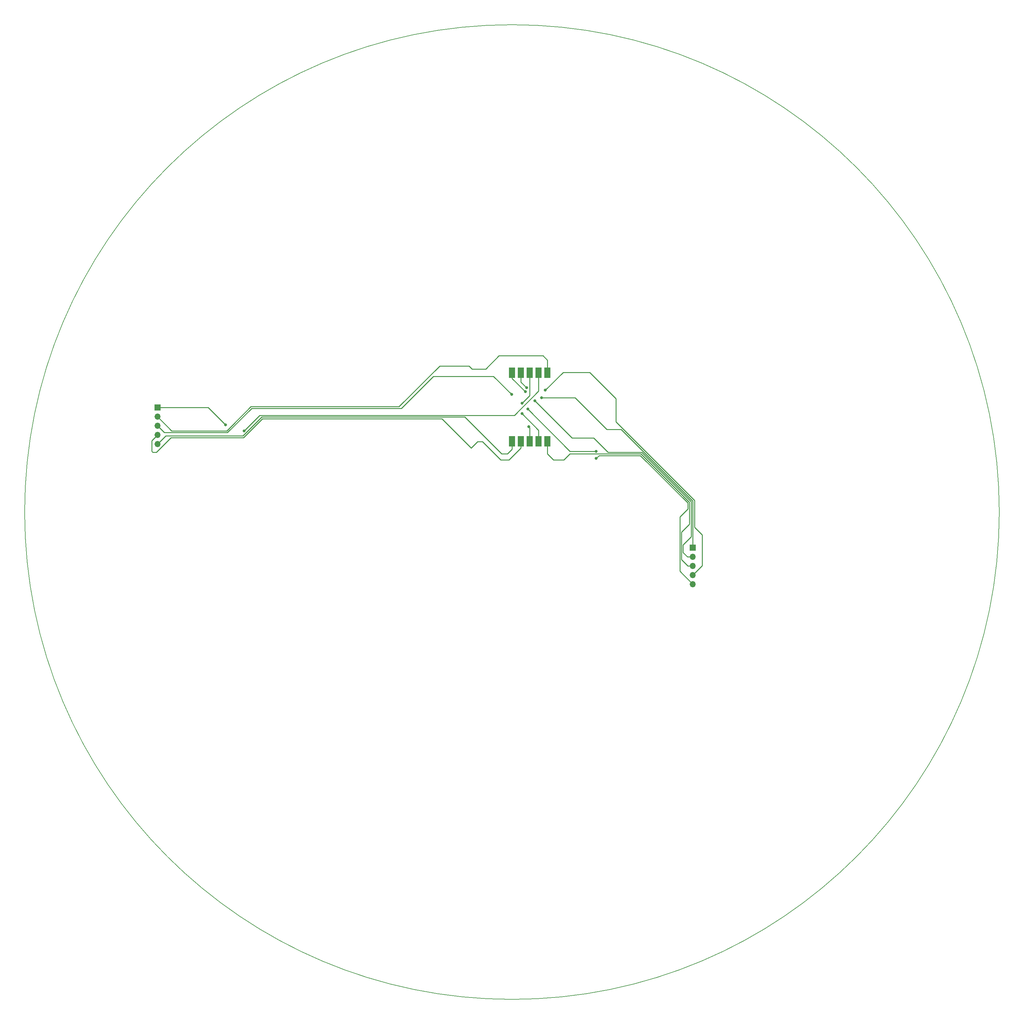
<source format=gbr>
%TF.GenerationSoftware,KiCad,Pcbnew,(6.0.9)*%
%TF.CreationDate,2023-03-10T17:43:12+02:00*%
%TF.ProjectId,RA_CA_2023_6,52415f43-415f-4323-9032-335f362e6b69,rev?*%
%TF.SameCoordinates,Original*%
%TF.FileFunction,Copper,L1,Top*%
%TF.FilePolarity,Positive*%
%FSLAX46Y46*%
G04 Gerber Fmt 4.6, Leading zero omitted, Abs format (unit mm)*
G04 Created by KiCad (PCBNEW (6.0.9)) date 2023-03-10 17:43:12*
%MOMM*%
%LPD*%
G01*
G04 APERTURE LIST*
%TA.AperFunction,NonConductor*%
%ADD10C,0.150000*%
%TD*%
%TA.AperFunction,SMDPad,CuDef*%
%ADD11R,1.800000X3.000000*%
%TD*%
%TA.AperFunction,ComponentPad*%
%ADD12R,1.700000X1.700000*%
%TD*%
%TA.AperFunction,ComponentPad*%
%ADD13O,1.700000X1.700000*%
%TD*%
%TA.AperFunction,ViaPad*%
%ADD14C,0.800000*%
%TD*%
%TA.AperFunction,Conductor*%
%ADD15C,0.250000*%
%TD*%
G04 APERTURE END LIST*
D10*
X281668489Y-101206110D02*
G75*
G03*
X281668489Y-101206110I-135382746J0D01*
G01*
D11*
%TO.P,U1,1,E*%
%TO.N,Net-(J1-Pad5)*%
X146330000Y-81530000D03*
%TO.P,U1,2,D*%
%TO.N,Net-(J1-Pad4)*%
X148780000Y-81530000D03*
%TO.P,U1,3,CA*%
%TO.N,Net-(J2-Pad4)*%
X151230000Y-81530000D03*
%TO.P,U1,4,C*%
%TO.N,Net-(J1-Pad3)*%
X153680000Y-81530000D03*
%TO.P,U1,5,D.P.*%
%TO.N,Net-(J2-Pad3)*%
X156130000Y-81530000D03*
%TO.P,U1,6,B*%
%TO.N,Net-(J1-Pad2)*%
X156130000Y-62530000D03*
%TO.P,U1,7,A*%
%TO.N,Net-(J1-Pad1)*%
X153680000Y-62530000D03*
%TO.P,U1,8,CA*%
%TO.N,Net-(J2-Pad5)*%
X151230000Y-62530000D03*
%TO.P,U1,9,F*%
%TO.N,Net-(J2-Pad1)*%
X148780000Y-62530000D03*
%TO.P,U1,10,G*%
%TO.N,Net-(J2-Pad2)*%
X146330000Y-62530000D03*
%TD*%
D12*
%TO.P,J1,1,Pin_1*%
%TO.N,Net-(J1-Pad1)*%
X47830000Y-72170000D03*
D13*
%TO.P,J1,2,Pin_2*%
%TO.N,Net-(J1-Pad2)*%
X47830000Y-74710000D03*
%TO.P,J1,3,Pin_3*%
%TO.N,Net-(J1-Pad3)*%
X47830000Y-77250000D03*
%TO.P,J1,4,Pin_4*%
%TO.N,Net-(J1-Pad4)*%
X47830000Y-79790000D03*
%TO.P,J1,5,Pin_5*%
%TO.N,Net-(J1-Pad5)*%
X47830000Y-82330000D03*
%TD*%
D12*
%TO.P,J2,1,Pin_1*%
%TO.N,Net-(J2-Pad1)*%
X196520000Y-111095000D03*
D13*
%TO.P,J2,2,Pin_2*%
%TO.N,Net-(J2-Pad2)*%
X196520000Y-113635000D03*
%TO.P,J2,3,Pin_3*%
%TO.N,Net-(J2-Pad3)*%
X196520000Y-116175000D03*
%TO.P,J2,4,Pin_4*%
%TO.N,Net-(J2-Pad4)*%
X196520000Y-118715000D03*
%TO.P,J2,5,Pin_5*%
%TO.N,Net-(J2-Pad5)*%
X196520000Y-121255000D03*
%TD*%
D14*
%TO.N,Net-(J2-Pad5)*%
X169680000Y-86310000D03*
X169630000Y-84325500D03*
X149100000Y-71010000D03*
X150660000Y-72610000D03*
%TO.N,Net-(J1-Pad1)*%
X66700000Y-77010000D03*
X71850000Y-78690000D03*
%TO.N,Net-(J1-Pad3)*%
X146190000Y-68540000D03*
X149080000Y-73870000D03*
%TO.N,Net-(J2-Pad1)*%
X150340000Y-66690000D03*
X154520000Y-69430000D03*
X154520000Y-69430000D03*
%TO.N,Net-(J2-Pad2)*%
X152620000Y-70260000D03*
X150010000Y-67790000D03*
%TO.N,Net-(J2-Pad4)*%
X155560000Y-67370000D03*
X150960000Y-77520000D03*
%TD*%
D15*
%TO.N,Net-(J2-Pad5)*%
X192925000Y-117660000D02*
X196520000Y-121255000D01*
X192925000Y-102535000D02*
X192925000Y-117660000D01*
X195120000Y-100340000D02*
X192925000Y-102535000D01*
X195120000Y-98669188D02*
X195120000Y-100340000D01*
X170490000Y-85500000D02*
X181950812Y-85500000D01*
X169680000Y-86310000D02*
X170490000Y-85500000D01*
X181950812Y-85500000D02*
X195120000Y-98669188D01*
X162375500Y-84325500D02*
X169630000Y-84325500D01*
X151230000Y-68880000D02*
X149100000Y-71010000D01*
X150660000Y-72610000D02*
X162375500Y-84325500D01*
X151230000Y-62530000D02*
X151230000Y-68880000D01*
%TO.N,Net-(J1-Pad1)*%
X48030000Y-71970000D02*
X47830000Y-72170000D01*
X48030000Y-71380000D02*
X48030000Y-71970000D01*
X146940000Y-74350000D02*
X76190000Y-74350000D01*
X66700000Y-77010000D02*
X61860000Y-72170000D01*
X153680000Y-62530000D02*
X153680000Y-67610000D01*
X76190000Y-74350000D02*
X71850000Y-78690000D01*
X153680000Y-67610000D02*
X146940000Y-74350000D01*
X61860000Y-72170000D02*
X47830000Y-72170000D01*
%TO.N,Net-(J1-Pad2)*%
X73763604Y-71940000D02*
X78560000Y-71940000D01*
X78560000Y-71940000D02*
X114880000Y-71940000D01*
X126190000Y-60630000D02*
X134350000Y-60630000D01*
X154910000Y-57790000D02*
X156130000Y-59010000D01*
X156130000Y-59010000D02*
X156130000Y-62530000D01*
X114880000Y-71940000D02*
X126190000Y-60630000D01*
X47830000Y-74710000D02*
X51761802Y-78641802D01*
X58260000Y-78641802D02*
X67061802Y-78641802D01*
X142660000Y-57790000D02*
X154910000Y-57790000D01*
X134350000Y-60630000D02*
X135170000Y-61450000D01*
X139000000Y-61450000D02*
X142660000Y-57790000D01*
X51761802Y-78641802D02*
X58260000Y-78641802D01*
X67061802Y-78641802D02*
X68746802Y-76956802D01*
X135170000Y-61450000D02*
X139000000Y-61450000D01*
X68746802Y-76956802D02*
X73763604Y-71940000D01*
%TO.N,Net-(J1-Pad3)*%
X153680000Y-78470000D02*
X153680000Y-81530000D01*
X115540000Y-72390000D02*
X73950000Y-72390000D01*
X133810000Y-63490000D02*
X124440000Y-63490000D01*
X67248198Y-79091802D02*
X49671802Y-79091802D01*
X124440000Y-63490000D02*
X115540000Y-72390000D01*
X73950000Y-72390000D02*
X67248198Y-79091802D01*
X141140000Y-63490000D02*
X146190000Y-68540000D01*
X133810000Y-63490000D02*
X141140000Y-63490000D01*
X149080000Y-73870000D02*
X153680000Y-78470000D01*
X49671802Y-79091802D02*
X47830000Y-77250000D01*
%TO.N,Net-(J1-Pad4)*%
X51570000Y-80500000D02*
X47500000Y-84570000D01*
X46220000Y-84290000D02*
X46220000Y-81400000D01*
X46500000Y-84570000D02*
X46220000Y-84290000D01*
X126780000Y-75250000D02*
X76966396Y-75250000D01*
X46220000Y-81400000D02*
X47830000Y-79790000D01*
X76966396Y-75250000D02*
X71716396Y-80500000D01*
X136720000Y-81640000D02*
X134945000Y-83415000D01*
X148780000Y-83390000D02*
X145410000Y-86760000D01*
X71716396Y-80500000D02*
X51570000Y-80500000D01*
X148780000Y-81530000D02*
X148780000Y-83390000D01*
X143190000Y-86760000D02*
X138070000Y-81640000D01*
X134945000Y-83415000D02*
X126780000Y-75250000D01*
X47500000Y-84570000D02*
X46500000Y-84570000D01*
X145410000Y-86760000D02*
X143190000Y-86760000D01*
X138070000Y-81640000D02*
X136720000Y-81640000D01*
%TO.N,Net-(J1-Pad5)*%
X71530000Y-80050000D02*
X76780000Y-74800000D01*
X133200000Y-74800000D02*
X143410000Y-85010000D01*
X146330000Y-83730000D02*
X146330000Y-81530000D01*
X50110000Y-80050000D02*
X71530000Y-80050000D01*
X145050000Y-85010000D02*
X146330000Y-83730000D01*
X76780000Y-74800000D02*
X133200000Y-74800000D01*
X47830000Y-82330000D02*
X50110000Y-80050000D01*
X143410000Y-85010000D02*
X145050000Y-85010000D01*
%TO.N,Net-(J2-Pad1)*%
X172625000Y-78255000D02*
X163800000Y-69430000D01*
X163800000Y-69430000D02*
X154520000Y-69430000D01*
X196520000Y-98160000D02*
X176615000Y-78255000D01*
X148780000Y-65130000D02*
X148780000Y-62530000D01*
X150340000Y-66690000D02*
X148780000Y-65130000D01*
X196520000Y-111095000D02*
X196520000Y-98160000D01*
X176615000Y-78255000D02*
X172625000Y-78255000D01*
%TO.N,Net-(J2-Pad2)*%
X196520000Y-113635000D02*
X195035000Y-113635000D01*
X182323604Y-84600000D02*
X172970000Y-84600000D01*
X195035000Y-113635000D02*
X193825000Y-112425000D01*
X146330000Y-62530000D02*
X146330000Y-64110000D01*
X146330000Y-64110000D02*
X150010000Y-67790000D01*
X172970000Y-84600000D02*
X169000000Y-80630000D01*
X169000000Y-80630000D02*
X162990000Y-80630000D01*
X193825000Y-112425000D02*
X193825000Y-110325000D01*
X196070000Y-108080000D02*
X196070000Y-98346396D01*
X196070000Y-98346396D02*
X182323604Y-84600000D01*
X193825000Y-110325000D02*
X196070000Y-108080000D01*
X162990000Y-80630000D02*
X152620000Y-70260000D01*
%TO.N,Net-(J2-Pad3)*%
X195570000Y-104550000D02*
X193375000Y-106745000D01*
X157825000Y-86705000D02*
X160705000Y-86705000D01*
X195115000Y-116175000D02*
X196520000Y-116175000D01*
X156130000Y-81530000D02*
X156130000Y-85010000D01*
X182137208Y-85050000D02*
X195570000Y-98482792D01*
X193375000Y-114435000D02*
X195115000Y-116175000D01*
X195570000Y-98482792D02*
X195570000Y-104550000D01*
X160705000Y-86705000D02*
X162360000Y-85050000D01*
X156130000Y-85010000D02*
X157825000Y-86705000D01*
X162360000Y-85050000D02*
X182137208Y-85050000D01*
X193375000Y-106745000D02*
X193375000Y-114435000D01*
%TO.N,Net-(J2-Pad4)*%
X199112500Y-107542500D02*
X199112500Y-116122500D01*
X167860000Y-62420000D02*
X175143198Y-69703198D01*
X160510000Y-62420000D02*
X167860000Y-62420000D01*
X151230000Y-81530000D02*
X151230000Y-77790000D01*
X199112500Y-116122500D02*
X196520000Y-118715000D01*
X175143198Y-76146802D02*
X196970000Y-97973604D01*
X175143198Y-69703198D02*
X175143198Y-76146802D01*
X196970000Y-97973604D02*
X196970000Y-105400000D01*
X196970000Y-105400000D02*
X199112500Y-107542500D01*
X151230000Y-77790000D02*
X150960000Y-77520000D01*
X155560000Y-67370000D02*
X160510000Y-62420000D01*
%TD*%
M02*

</source>
